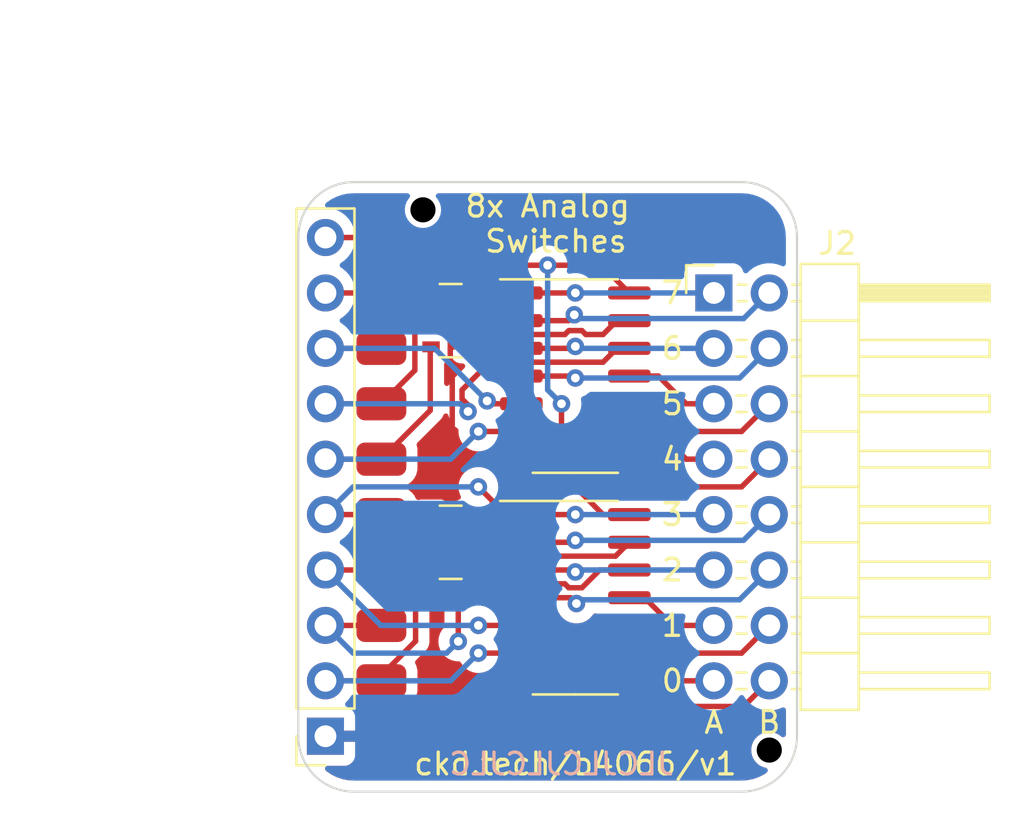
<source format=kicad_pcb>
(kicad_pcb (version 20211014) (generator pcbnew)
  (layers (0 "F.Cu" signal) (31 "B.Cu" signal) (34 "B.Paste" user) (35 "F.Paste" user) (36 "B.SilkS" user "B.Silkscreen") (37 "F.SilkS" user "F.Silkscreen") (38 "B.Mask" user) (39 "F.Mask" user) (44 "Edge.Cuts" user))
  (net 0 "")
  (net 1 "GND")
  (net 2 "/P0")
  (net 3 "/P1")
  (net 4 "/P2")
  (net 5 "/P3")
  (net 6 "/P4")
  (net 7 "/P5")
  (net 8 "/P6")
  (net 9 "/P7")
  (net 10 "VCC")
  (net 11 "/7A")
  (net 12 "/7B")
  (net 13 "/6A")
  (net 14 "/6B")
  (net 15 "/5A")
  (net 16 "/5B")
  (net 17 "/4A")
  (net 18 "/4B")
  (net 19 "/3A")
  (net 20 "/3B")
  (net 21 "/2A")
  (net 22 "/2B")
  (net 23 "/1A")
  (net 24 "/1B")
  (net 25 "/0A")
  (net 26 "/0B")
  (footprint "Package_SO:SOIC-14_3.9x8.7mm_P1.27mm" (layer "F.Cu") (at 146.05 95.25)
    (fp_text reference "U1" hide)
    (fp_text value "4066")
    (pad "1" smd roundrect (at -2.475 -3.81) (size 1.95 0.6) (layers "F.Cu" "F.Paste" "F.Mask") (net 11 "/7A"))
    (pad "2" smd roundrect (at -2.475 -2.54) (size 1.95 0.6) (layers "F.Cu" "F.Paste" "F.Mask") (net 12 "/7B"))
    (pad "3" smd roundrect (at -2.475 -1.27) (size 1.95 0.6) (layers "F.Cu" "F.Paste" "F.Mask") (net 13 "/6A"))
    (pad "4" smd roundrect (at -2.475 0) (size 1.95 0.6) (layers "F.Cu" "F.Paste" "F.Mask") (net 14 "/6B"))
    (pad "5" smd roundrect (at -2.475 1.27) (size 1.95 0.6) (layers "F.Cu" "F.Paste" "F.Mask") (net 8 "/P6"))
    (pad "6" smd roundrect (at -2.475 2.54) (size 1.95 0.6) (layers "F.Cu" "F.Paste" "F.Mask") (net 6 "/P4"))
    (pad "7" smd roundrect (at -2.475 3.81) (size 1.95 0.6) (layers "F.Cu" "F.Paste" "F.Mask") (net 1 "GND"))
    (pad "8" smd roundrect (at 2.475 3.81) (size 1.95 0.6) (layers "F.Cu" "F.Paste" "F.Mask") (net 18 "/4B"))
    (pad "9" smd roundrect (at 2.475 2.54) (size 1.95 0.6) (layers "F.Cu" "F.Paste" "F.Mask") (net 17 "/4A"))
    (pad "10" smd roundrect (at 2.475 1.27) (size 1.95 0.6) (layers "F.Cu" "F.Paste" "F.Mask") (net 16 "/5B"))
    (pad "11" smd roundrect (at 2.475 0) (size 1.95 0.6) (layers "F.Cu" "F.Paste" "F.Mask") (net 15 "/5A"))
    (pad "12" smd roundrect (at 2.475 -1.27) (size 1.95 0.6) (layers "F.Cu" "F.Paste" "F.Mask") (net 7 "/P5"))
    (pad "13" smd roundrect (at 2.475 -2.54) (size 1.95 0.6) (layers "F.Cu" "F.Paste" "F.Mask") (net 9 "/P7"))
    (pad "14" smd roundrect (at 2.475 -3.81) (size 1.95 0.6) (layers "F.Cu" "F.Paste" "F.Mask") (net 10 "VCC"))
  )
  (footprint "Connector_PinHeader_2.54mm:PinHeader_2x08_P2.54mm_Horizontal" (layer "F.Cu") (at 152.4 91.44)
    (fp_text reference "J2" (at 5.655 -2.27) (layer "F.SilkS"))
    (fp_text value "Conn_02x08_Odd_Even")
    (pad "1" thru_hole rect (at 0 0) (size 1.7 1.7) (drill 1) (layers *.Cu *.Mask) (net 11 "/7A"))
    (pad "2" thru_hole oval (at 2.54 0) (size 1.7 1.7) (drill 1) (layers *.Cu *.Mask) (net 12 "/7B"))
    (pad "3" thru_hole oval (at 0 2.54) (size 1.7 1.7) (drill 1) (layers *.Cu *.Mask) (net 13 "/6A"))
    (pad "4" thru_hole oval (at 2.54 2.54) (size 1.7 1.7) (drill 1) (layers *.Cu *.Mask) (net 14 "/6B"))
    (pad "5" thru_hole oval (at 0 5.08) (size 1.7 1.7) (drill 1) (layers *.Cu *.Mask) (net 15 "/5A"))
    (pad "6" thru_hole oval (at 2.54 5.08) (size 1.7 1.7) (drill 1) (layers *.Cu *.Mask) (net 16 "/5B"))
    (pad "7" thru_hole oval (at 0 7.62) (size 1.7 1.7) (drill 1) (layers *.Cu *.Mask) (net 17 "/4A"))
    (pad "8" thru_hole oval (at 2.54 7.62) (size 1.7 1.7) (drill 1) (layers *.Cu *.Mask) (net 18 "/4B"))
    (pad "9" thru_hole oval (at 0 10.16) (size 1.7 1.7) (drill 1) (layers *.Cu *.Mask) (net 19 "/3A"))
    (pad "10" thru_hole oval (at 2.54 10.16) (size 1.7 1.7) (drill 1) (layers *.Cu *.Mask) (net 20 "/3B"))
    (pad "11" thru_hole oval (at 0 12.7) (size 1.7 1.7) (drill 1) (layers *.Cu *.Mask) (net 21 "/2A"))
    (pad "12" thru_hole oval (at 2.54 12.7) (size 1.7 1.7) (drill 1) (layers *.Cu *.Mask) (net 22 "/2B"))
    (pad "13" thru_hole oval (at 0 15.24) (size 1.7 1.7) (drill 1) (layers *.Cu *.Mask) (net 23 "/1A"))
    (pad "14" thru_hole oval (at 2.54 15.24) (size 1.7 1.7) (drill 1) (layers *.Cu *.Mask) (net 24 "/1B"))
    (pad "15" thru_hole oval (at 0 17.78) (size 1.7 1.7) (drill 1) (layers *.Cu *.Mask) (net 25 "/0A"))
    (pad "16" thru_hole oval (at 2.54 17.78) (size 1.7 1.7) (drill 1) (layers *.Cu *.Mask) (net 26 "/0B"))
  )
  (footprint "Resistor_SMD:R_Array_Convex_4x0603" (layer "F.Cu") (at 140.335 102.87 180)
    (fp_text reference "RN1" hide)
    (fp_text value "R_Pack04")
    (pad "1" smd rect (at -0.9 -1.2 180) (size 0.8 0.5) (layers "F.Cu" "F.Paste" "F.Mask") (net 1 "GND"))
    (pad "2" smd rect (at -0.9 -0.4 180) (size 0.8 0.4) (layers "F.Cu" "F.Paste" "F.Mask") (net 1 "GND"))
    (pad "3" smd rect (at -0.9 0.4 180) (size 0.8 0.4) (layers "F.Cu" "F.Paste" "F.Mask") (net 1 "GND"))
    (pad "4" smd rect (at -0.9 1.2 180) (size 0.8 0.5) (layers "F.Cu" "F.Paste" "F.Mask") (net 1 "GND"))
    (pad "5" smd rect (at 0.9 1.2 180) (size 0.8 0.5) (layers "F.Cu" "F.Paste" "F.Mask") (net 5 "/P3"))
    (pad "6" smd rect (at 0.9 0.4 180) (size 0.8 0.4) (layers "F.Cu" "F.Paste" "F.Mask") (net 4 "/P2"))
    (pad "7" smd rect (at 0.9 -0.4 180) (size 0.8 0.4) (layers "F.Cu" "F.Paste" "F.Mask") (net 3 "/P1"))
    (pad "8" smd rect (at 0.9 -1.2 180) (size 0.8 0.5) (layers "F.Cu" "F.Paste" "F.Mask") (net 2 "/P0"))
  )
  (footprint "Connector_PinSocket_2.54mm:PinSocket_1x10_P2.54mm_Vertical" (layer "F.Cu") (at 134.595 111.76 180)
    (fp_text reference "J1" hide)
    (fp_text value "Conn_01x10")
    (pad "1" thru_hole rect (at 0 0 180) (size 1.7 1.7) (drill 1) (layers *.Cu *.Mask) (net 1 "GND"))
    (pad "2" thru_hole oval (at 0 2.54 180) (size 1.7 1.7) (drill 1) (layers *.Cu *.Mask) (net 2 "/P0"))
    (pad "3" thru_hole oval (at 0 5.08 180) (size 1.7 1.7) (drill 1) (layers *.Cu *.Mask) (net 3 "/P1"))
    (pad "4" thru_hole oval (at 0 7.62 180) (size 1.7 1.7) (drill 1) (layers *.Cu *.Mask) (net 4 "/P2"))
    (pad "5" thru_hole oval (at 0 10.16 180) (size 1.7 1.7) (drill 1) (layers *.Cu *.Mask) (net 5 "/P3"))
    (pad "6" thru_hole oval (at 0 12.7 180) (size 1.7 1.7) (drill 1) (layers *.Cu *.Mask) (net 6 "/P4"))
    (pad "7" thru_hole oval (at 0 15.24 180) (size 1.7 1.7) (drill 1) (layers *.Cu *.Mask) (net 7 "/P5"))
    (pad "8" thru_hole oval (at 0 17.78 180) (size 1.7 1.7) (drill 1) (layers *.Cu *.Mask) (net 8 "/P6"))
    (pad "9" thru_hole oval (at 0 20.32 180) (size 1.7 1.7) (drill 1) (layers *.Cu *.Mask) (net 9 "/P7"))
    (pad "10" thru_hole oval (at 0 22.86 180) (size 1.7 1.7) (drill 1) (layers *.Cu *.Mask) (net 10 "VCC"))
  )
  (footprint "pads:1x10 pads" (layer "F.Cu") (at 137.16 100.33 180)
    (fp_text reference "J3" hide)
    (fp_text value "Conn_01x10")
    (pad "1" smd roundrect (at 0 -11.43 180) (size 2.286 1.524) (layers "F.Cu" "F.Mask") (net 1 "GND"))
    (pad "2" smd roundrect (at 0 -8.89 180) (size 2.286 1.524) (layers "F.Cu" "F.Mask") (net 2 "/P0"))
    (pad "3" smd roundrect (at 0 -6.35 180) (size 2.286 1.524) (layers "F.Cu" "F.Mask") (net 3 "/P1"))
    (pad "4" smd roundrect (at 0 -3.81 180) (size 2.286 1.524) (layers "F.Cu" "F.Mask") (net 4 "/P2"))
    (pad "5" smd roundrect (at 0 -1.27 180) (size 2.286 1.524) (layers "F.Cu" "F.Mask") (net 5 "/P3"))
    (pad "6" smd roundrect (at 0 1.27 180) (size 2.286 1.524) (layers "F.Cu" "F.Mask") (net 6 "/P4"))
    (pad "7" smd roundrect (at 0 3.81 180) (size 2.286 1.524) (layers "F.Cu" "F.Mask") (net 7 "/P5"))
    (pad "8" smd roundrect (at 0 6.35 180) (size 2.286 1.524) (layers "F.Cu" "F.Mask") (net 8 "/P6"))
    (pad "9" smd roundrect (at 0 8.89 180) (size 2.286 1.524) (layers "F.Cu" "F.Mask") (net 9 "/P7"))
    (pad "10" smd roundrect (at 0 11.43 180) (size 2.286 1.524) (layers "F.Cu" "F.Mask") (net 10 "VCC"))
  )
  (footprint "chickadee:chickadee_2mm_fcu" (layer "F.Cu") (at 152.4 88.265)
    (fp_text reference "G***" hide)
    (fp_text value "LOGO" hide)
    (fp_poly (pts (xy -1.50211 -0.956524) (xy -1.480393 -0.956179) (xy -1.461445 -0.95546) (xy -1.444235 -0.954281) (xy -1.42773 -0.952559) (xy -1.410899 -0.95021) (xy -1.392708 -0.94715) (xy -1.377648 -0.944355) (xy -1.337289 -0.935604) (xy -1.295394 -0.924586) (xy -1.253941 -0.911875) (xy -1.214907 -0.898043) (xy -1.207105 -0.89501) (xy -1.177497 -0.88322) (xy -1.14844 -0.871469) (xy -1.119668 -0.859632) (xy -1.090917 -0.847586) (xy -1.061919 -0.835207) (xy -1.032409 -0.822372) (xy -1.002121 -0.808957) (xy -0.97079 -0.794838) (xy -0.938149 -0.779891) (xy -0.903933 -0.763992) (xy -0.867876 -0.747019) (xy -0.829712 -0.728847) (xy -0.789176 -0.709352) (xy -0.746001 -0.688411) (xy -0.699922 -0.6659) (xy -0.650673 -0.641695) (xy -0.597987 -0.615673) (xy -0.541601 -0.58771) (xy -0.481246 -0.557682) (xy -0.465667 -0.549917) (xy -0.413659 -0.524037) (xy -0.3656 -0.500226) (xy -0.321145 -0.478325) (xy -0.27995 -0.458175) (xy -0.241669 -0.439617) (xy -0.205957 -0.422491) (xy -0.172469 -0.406639) (xy -0.14086 -0.391901) (xy -0.110786 -0.378118) (xy -0.081901 -0.365131) (xy -0.05386 -0.352779) (xy -0.026318 -0.340905) (xy 0.001069 -0.329349) (xy 0.028648 -0.317952) (xy 0.056761 -0.306554) (xy 0.085756 -0.294996) (xy 0.091784 -0.292614) (xy 0.109241 -0.285659) (xy 0.125202 -0.279167) (xy 0.139121 -0.273373) (xy 0.15045 -0.268508) (xy 0.158645 -0.264805) (xy 0.163158 -0.262497) (xy 0.163869 -0.261925) (xy 0.162563 -0.259168) (xy 0.15818 -0.253749) (xy 0.15127 -0.246205) (xy 0.142385 -0.237076) (xy 0.132075 -0.226901) (xy 0.12089 -0.216218) (xy 0.10938 -0.205567) (xy 0.098096 -0.195485) (xy 0.087588 -0.186513) (xy 0.083204 -0.182938) (xy 0.032211 -0.144812) (xy -0.023145 -0.108621) (xy -0.082775 -0.074402) (xy -0.146594 -0.04219) (xy -0.214513 -0.012022) (xy -0.286445 0.016066) (xy -0.362304 0.04204) (xy -0.442002 0.065862) (xy -0.525451 0.087496) (xy -0.612565 0.106907) (xy -0.626533 0.109744) (xy -0.686331 0.120927) (xy -0.742312 0.129711) (xy -0.794846 0.136122) (xy -0.844302 0.140187) (xy -0.89105 0.141931) (xy -0.935458 0.141382) (xy -0.977897 0.138567) (xy -0.997625 0.136425) (xy -1.042521 0.129163) (xy -1.083907 0.118835) (xy -1.121726 0.105475) (xy -1.155921 0.089116) (xy -1.186435 0.069792) (xy -1.213212 0.047535) (xy -1.236195 0.022379) (xy -1.255327 -0.005643) (xy -1.26248 -0.018814) (xy -1.271131 -0.03793) (xy -1.27813 -0.058008) (xy -1.283742 -0.080053) (xy -1.28823 -0.105072) (xy -1.291222 -0.12819) (xy -1.292983 -0.143896) (xy -1.340153 -0.148008) (xy -1.354896 -0.149286) (xy -1.368084 -0.150417) (xy -1.378921 -0.151333) (xy -1.386612 -0.151967) (xy -1.390361 -0.152253) (xy -1.39049 -0.152259) (xy -1.392531 -0.153687) (xy -1.392227 -0.154714) (xy -1.393472 -0.155749) (xy -1.398086 -0.156013) (xy -1.404679 -0.155621) (xy -1.411863 -0.154688) (xy -1.418249 -0.153328) (xy -1.42119 -0.152325) (xy -1.424967 -0.151285) (xy -1.43272 -0.149598) (xy -1.443655 -0.147423) (xy -1.456978 -0.144915) (xy -1.471893 -0.142232) (xy -1.475619 -0.14158) (xy -1.531495 -0.132318) (xy -1.58458 -0.124519) (xy -1.636618 -0.117952) (xy -1.689348 -0.112382) (xy -1.705429 -0.110884) (xy -1.720809 -0.109791) (xy -1.739464 -0.108945) (xy -1.760467 -0.108347) (xy -1.782891 -0.107997) (xy -1.805808 -0.107895) (xy -1.828294 -0.108042) (xy -1.849419 -0.108438) (xy -1.868259 -0.109083) (xy -1.883886 -0.109978) (xy -1.892905 -0.11081) (xy -1.942844 -0.11743) (xy -1.991432 -0.125582) (xy -2.039954 -0.135532) (xy -2.089696 -0.14755) (xy -2.141945 -0.161904) (xy -2.152555 -0.165004) (xy -2.168052 -0.169659) (xy -2.179471 -0.173326) (xy -2.187414 -0.176244) (xy -2.192486 -0.178654) (xy -2.195286 -0.180796) (xy -2.196278 -0.182422) (xy -2.196934 -0.185928) (xy -2.198011 -0.193672) (xy -2.199443 -0.20508) (xy -2.201159 -0.219578) (xy -2.203094 -0.236591) (xy -2.205177 -0.255544) (xy -2.207296 -0.275418) (xy -2.209759 -0.299194) (xy -2.211684 -0.318571) (xy -2.213099 -0.333957) (xy -2.214032 -0.345756) (xy -2.214511 -0.354377) (xy -2.214564 -0.360224) (xy -2.214217 -0.363706) (xy -2.2135 -0.365227) (xy -2.213435 -0.365272) (xy -2.209181 -0.366841) (xy -2.202429 -0.368377) (xy -2.200395 -0.36872) (xy -2.192683 -0.370111) (xy -2.180991 -0.372482) (xy -2.166039 -0.375668) (xy -2.148549 -0.379505) (xy -2.12924 -0.383829) (xy -2.108835 -0.388477) (xy -2.088054 -0.393284) (xy -2.067617 -0.398086) (xy -2.048246 -0.40272) (xy -2.030661 -0.407021) (xy -2.017486 -0.410336) (xy -1.947112 -0.429097) (xy -1.88129 -0.448185) (xy -1.81974 -0.467695) (xy -1.762181 -0.48772) (xy -1.708334 -0.508354) (xy -1.657918 -0.529691) (xy -1.64979 -0.533339) (xy -1.601328 -0.556964) (xy -1.551977 -0.584213) (xy -1.502917 -0.614337) (xy -1.455327 -0.646583) (xy -1.410384 -0.680203) (xy -1.380067 -0.705061) (xy -1.367955 -0.715595) (xy -1.355384 -0.726849) (xy -1.342845 -0.738347) (xy -1.33083 -0.749616) (xy -1.319829 -0.760182) (xy -1.310335 -0.769571) (xy -1.302839 -0.777309) (xy -1.297832 -0.782923) (xy -1.295806 -0.785938) (xy -1.295849 -0.786262) (xy -1.29939 -0.788009) (xy -1.306909 -0.790668) (xy -1.317679 -0.794027) (xy -1.330975 -0.797871) (xy -1.346069 -0.801985) (xy -1.362235 -0.806155) (xy -1.369181 -0.807875) (xy -1.417115 -0.817755) (xy -1.465253 -0.823934) (xy -1.514063 -0.8264) (xy -1.564013 -0.82514) (xy -1.615573 -0.820143) (xy -1.66921 -0.811395) (xy -1.725395 -0.798885) (xy -1.726731 -0.798551) (xy -1.78385 -0.782272) (xy -1.838616 -0.762779) (xy -1.890827 -0.740229) (xy -1.940278 -0.71478) (xy -1.986768 -0.686589) (xy -2.030093 -0.655814) (xy -2.07005 -0.622612) (xy -2.106438 -0.587142) (xy -2.139052 -0.54956) (xy -2.167689 -0.510023) (xy -2.192148 -0.468691) (xy -2.212225 -0.425719) (xy -2.214627 -0.419704) (xy -2.222196 -0.400352) (xy -2.323646 -0.303798) (xy -2.342169 -0.286154) (xy -2.35962 -0.269503) (xy -2.375689 -0.254143) (xy -2.390064 -0.240373) (xy -2.402434 -0.228492) (xy -2.412488 -0.218798) (xy -2.419915 -0.211591) (xy -2.424404 -0.207168) (xy -2.425676 -0.205826) (xy -2.423649 -0.204596) (xy -2.417613 -0.201599) (xy -2.407984 -0.197029) (xy -2.395176 -0.191076) (xy -2.379605 -0.183931) (xy -2.361686 -0.175787) (xy -2.341836 -0.166835) (xy -2.320469 -0.157265) (xy -2.31536 -0.154987) (xy -2.204464 -0.105564) (xy -2.192917 -0.064272) (xy -2.187359 -0.0451) (xy -2.18061 -0.022941) (xy -2.173088 0.000919) (xy -2.165209 0.025195) (xy -2.157389 0.048602) (xy -2.150047 0.069855) (xy -2.143878 0.086919) (xy -2.140142 0.096304) (xy -2.137043 0.102115) (xy -2.13385 0.105417) (xy -2.129945 0.107241) (xy -2.124938 0.10804) (xy -2.115804 0.108683) (xy -2.10325 0.109172) (xy -2.087986 0.109507) (xy -2.07072 0.10969) (xy -2.052158 0.109724) (xy -2.033011 0.109608) (xy -2.013986 0.109345) (xy -1.995791 0.108937) (xy -1.979134 0.108384) (xy -1.964724 0.107689) (xy -1.953381 0.106863) (xy -1.841649 0.094774) (xy -1.773162 0.085603) (xy -1.743868 0.081189) (xy -1.718621 0.076868) (xy -1.69664 0.072428) (xy -1.677143 0.067653) (xy -1.659349 0.062331) (xy -1.642477 0.056246) (xy -1.625745 0.049184) (xy -1.608372 0.040933) (xy -1.606248 0.039873) (xy -1.567924 0.018252) (xy -1.530341 -0.007693) (xy -1.494131 -0.037447) (xy -1.459927 -0.070498) (xy -1.432637 -0.10112) (xy -1.419981 -0.116365) (xy -1.419981 -0.108013) (xy -1.419288 -0.097812) (xy -1.417375 -0.0842) (xy -1.414488 -0.068376) (xy -1.410873 -0.051538) (xy -1.406778 -0.034886) (xy -1.40245 -0.019619) (xy -1.400595 -0.013827) (xy -1.384555 0.026904) (xy -1.364678 0.064716) (xy -1.341022 0.099558) (xy -1.31365 0.131374) (xy -1.28262 0.160111) (xy -1.247994 0.185717) (xy -1.209832 0.208137) (xy -1.168195 0.227319) (xy -1.123143 0.243209) (xy -1.103086 0.248923) (xy -1.067259 0.257339) (xy -1.030385 0.263721) (xy -0.991593 0.268166) (xy -0.950012 0.270775) (xy -0.904772 0.271646) (xy -0.903514 0.271647) (xy -0.868422 0.271229) (xy -0.834337 0.269929) (xy -0.800467 0.267658) (xy -0.766018 0.264326) (xy -0.730197 0.259845) (xy -0.69221 0.254126) (xy -0.651265 0.24708) (xy -0.606567 0.238618) (xy -0.603552 0.238025) (xy -0.518906 0.219934) (xy -0.436963 0.199615) (xy -0.357888 0.177142) (xy -0.281847 0.152591) (xy -0.209005 0.126036) (xy -0.139526 0.097553) (xy -0.073576 0.067216) (xy -0.01132 0.035101) (xy 0.047077 0.001282) (xy 0.10145 -0.034166) (xy 0.151633 -0.071167) (xy 0.197462 -0.109648) (xy 0.22981 -0.140368) (xy 0.240875 -0.151786) (xy 0.252189 -0.163971) (xy 0.262638 -0.175689) (xy 0.271104 -0.185706) (xy 0.273352 -0.188531) (xy 0.280273 -0.197406) (xy 0.286408 -0.205246) (xy 0.290943 -0.211011) (xy 0.292705 -0.213225) (xy 0.294587 -0.215251) (xy 0.29687 -0.216314) (xy 0.300577 -0.216409) (xy 0.306727 -0.21553) (xy 0.316345 -0.213671) (xy 0.319314 -0.213071) (xy 0.390473 -0.201114) (xy 0.462069 -0.193949) (xy 0.534224 -0.191568) (xy 0.607057 -0.193965) (xy 0.618067 -0.194738) (xy 0.67588 -0.199585) (xy 0.738159 -0.205779) (xy 0.80473 -0.21329) (xy 0.87542 -0.222088) (xy 0.950056 -0.232142) (xy 1.028464 -0.243424) (xy 1.110473 -0.255903) (xy 1.195908 -0.26955) (xy 1.284598 -0.284333) (xy 1.376368 -0.300224) (xy 1.471045 -0.317192) (xy 1.568458 -0.335208) (xy 1.668432 -0.354242) (xy 1.770795 -0.374263) (xy 1.875373 -0.395241) (xy 1.981995 -0.417148) (xy 2.090485 -0.439952) (xy 2.200672 -0.463624) (xy 2.305352 -0.486577) (xy 2.335862 -0.493334) (xy 2.362069 -0.499017) (xy 2.384406 -0.503534) (xy 2.403307 -0.506792) (xy 2.419208 -0.5087) (xy 2.432541 -0.509165) (xy 2.44374 -0.508095) (xy 2.45324 -0.505397) (xy 2.461475 -0.50098) (xy 2.468879 -0.494751) (xy 2.475886 -0.486618) (xy 2.482929 -0.476489) (xy 2.490443 -0.464271) (xy 2.498862 -0.449872) (xy 2.501797 -0.444826) (xy 2.527352 -0.399722) (xy 2.551306 -0.354979) (xy 2.573386 -0.311167) (xy 2.593323 -0.268858) (xy 2.610844 -0.228621) (xy 2.62568 -0.191027) (xy 2.635187 -0.163982) (xy 2.645789 -0.128042) (xy 2.653137 -0.094502) (xy 2.657251 -0.063519) (xy 2.65815 -0.03525) (xy 2.655853 -0.00985) (xy 2.650378 0.012523) (xy 2.641744 0.031713) (xy 2.629969 0.047563) (xy 2.615074 0.059917) (xy 2.607857 0.064043) (xy 2.600908 0.067306) (xy 2.593331 0.070302) (xy 2.584879 0.073051) (xy 2.575307 0.075572) (xy 2.564372 0.077884) (xy 2.551826 0.080007) (xy 2.537427 0.08196) (xy 2.520927 0.083761) (xy 2.502084 0.085431) (xy 2.48065 0.086989) (xy 2.456383 0.088454) (xy 2.429035 0.089845) (xy 2.398363 0.091181) (xy 2.364121 0.092483) (xy 2.326065 0.093769) (xy 2.283949 0.095058) (xy 2.237529 0.09637) (xy 2.186558 0.097724) (xy 2.177143 0.097967) (xy 2.093433 0.100256) (xy 2.014179 0.102711) (xy 1.938999 0.105352) (xy 1.867513 0.108202) (xy 1.79934 0.111281) (xy 1.734099 0.114609) (xy 1.671411 0.118209) (xy 1.610893 0.122101) (xy 1.552165 0.126306) (xy 1.494847 0.130846) (xy 1.438558 0.13574) (xy 1.382917 0.141011) (xy 1.364343 0.142866) (xy 1.276092 0.15235) (xy 1.190744 0.162702) (xy 1.107787 0.174038) (xy 1.026707 0.186474) (xy 0.946991 0.200127) (xy 0.868125 0.215112) (xy 0.789598 0.231546) (xy 0.710894 0.249545) (xy 0.631502 0.269225) (xy 0.550908 0.290703) (xy 0.468599 0.314095) (xy 0.384062 0.339516) (xy 0.296783 0.367083) (xy 0.206249 0.396912) (xy 0.134257 0.421406) (xy 0.100067 0.433412) (xy 0.067474 0.445361) (xy 0.036018 0.457474) (xy 0.005241 0.469971) (xy -0.025317 0.48307) (xy -0.056114 0.496991) (xy -0.08761 0.511955) (xy -0.120264 0.52818) (xy -0.154534 0.545887) (xy -0.19088 0.565295) (xy -0.229761 0.586623) (xy -0.271635 0.610092) (xy -0.316962 0.63592) (xy -0.33141 0.644224) (xy -0.371607 0.667353) (xy -0.40793 0.688218) (xy -0.440685 0.706989) (xy -0.47018 0.723834) (xy -0.496721 0.738923) (xy -0.520614 0.752425) (xy -0.542168 0.76451) (xy -0.561689 0.775347) (xy -0.579484 0.785105) (xy -0.59586 0.793953) (xy -0.611124 0.802061) (xy -0.625583 0.809598) (xy -0.639543 0.816734) (xy -0.653313 0.823637) (xy -0.667198 0.830478) (xy -0.681506 0.837425) (xy -0.682761 0.838031) (xy -0.729005 0.859588) (xy -0.772629 0.878276) (xy -0.814572 0.894365) (xy -0.855777 0.908123) (xy -0.897182 0.919819) (xy -0.93973 0.929722) (xy -0.984361 0.938101) (xy -1.032015 0.945226) (xy -1.076476 0.950592) (xy -1.104581 0.95317) (xy -1.136087 0.9552) (xy -1.169583 0.956643) (xy -1.20366 0.957463) (xy -1.236906 0.957622) (xy -1.267912 0.957082) (xy -1.288143 0.956234) (xy -1.342689 0.951679) (xy -1.397859 0.944053) (xy -1.452838 0.933561) (xy -1.506811 0.920409) (xy -1.558964 0.904801) (xy -1.608482 0.886941) (xy -1.654549 0.867036) (xy -1.666966 0.861) (xy -1.722495 0.830655) (xy -1.776819 0.795709) (xy -1.829841 0.75627) (xy -1.881466 0.712446) (xy -1.931598 0.664345) (xy -1.980141 0.612076) (xy -2.026999 0.555746) (xy -2.072076 0.495465) (xy -2.115277 0.431339) (xy -2.156505 0.363477) (xy -2.195665 0.291987) (xy -2.226585 0.229852) (xy -2.23916 0.202482) (xy -2.251243 0.174118) (xy -2.263182 0.143873) (xy -2.275324 0.110861) (xy -2.288016 0.074197) (xy -2.290995 0.065315) (xy -2.296254 0.049237) (xy -2.301811 0.03169) (xy -2.307423 0.01349) (xy -2.312851 -0.004544) (xy -2.317851 -0.021595) (xy -2.322182 -0.036844) (xy -2.325603 -0.049475) (xy -2.327871 -0.05867) (xy -2.328427 -0.061331) (xy -2.329914 -0.069259) (xy -2.470221 -0.125878) (xy -2.494893 -0.135852) (xy -2.518212 -0.145313) (xy -2.539795 -0.154103) (xy -2.559259 -0.162066) (xy -2.576219 -0.169042) (xy -2.590293 -0.174875) (xy -2.601096 -0.179405) (xy -2.608246 -0.182476) (xy -2.611359 -0.18393) (xy -2.611461 -0.184007) (xy -2.609856 -0.185824) (xy -2.604918 -0.190594) (xy -2.596929 -0.198059) (xy -2.586175 -0.207961) (xy -2.572939 -0.22004) (xy -2.557506 -0.234038) (xy -2.540159 -0.249697) (xy -2.521184 -0.266757) (xy -2.500863 -0.284961) (xy -2.483461 -0.300501) (xy -2.458764 -0.322533) (xy -2.437429 -0.341591) (xy -2.419202 -0.35792) (xy -2.40383 -0.371761) (xy -2.39106 -0.383358) (xy -2.380639 -0.392954) (xy -2.372314 -0.400791) (xy -2.365831 -0.407113) (xy -2.360938 -0.412161) (xy -2.357381 -0.41618) (xy -2.354908 -0.419412) (xy -2.353264 -0.422099) (xy -2.352198 -0.424485) (xy -2.351455 -0.426813) (xy -2.351329 -0.42727) (xy -2.346934 -0.441361) (xy -2.340693 -0.45847) (xy -2.333101 -0.477383) (xy -2.324658 -0.496886) (xy -2.315859 -0.515765) (xy -2.311337 -0.524877) (xy -2.289087 -0.564792) (xy -2.263559 -0.603278) (xy -2.234286 -0.640972) (xy -2.200801 -0.678512) (xy -2.191788 -0.687875) (xy -2.153725 -0.724587) (xy -2.114448 -0.757833) (xy -2.07313 -0.788207) (xy -2.028948 -0.816304) (xy -1.981076 -0.842717) (xy -1.966686 -0.849998) (xy -1.92002 -0.871853) (xy -1.873382 -0.89094) (xy -1.825929 -0.907515) (xy -1.776818 -0.921834) (xy -1.725208 -0.934154) (xy -1.670255 -0.944731) (xy -1.638391 -0.949884) (xy -1.624789 -0.951886) (xy -1.612907 -0.95344) (xy -1.601787 -0.954603) (xy -1.590472 -0.955434) (xy -1.578005 -0.955989) (xy -1.56343 -0.956328) (xy -1.545789 -0.956507) (xy -1.527629 -0.956577) (xy -1.50211 -0.956524)) (layer "F.Cu") (width 0.01) (fill solid))
  )
  (footprint "Resistor_SMD:R_Array_Convex_4x0603" (layer "F.Cu") (at 140.335 92.71 180)
    (fp_text reference "RN2" hide)
    (fp_text value "R_Pack04")
    (pad "1" smd rect (at -0.9 -1.2 180) (size 0.8 0.5) (layers "F.Cu" "F.Paste" "F.Mask") (net 1 "GND"))
    (pad "2" smd rect (at -0.9 -0.4 180) (size 0.8 0.4) (layers "F.Cu" "F.Paste" "F.Mask") (net 1 "GND"))
    (pad "3" smd rect (at -0.9 0.4 180) (size 0.8 0.4) (layers "F.Cu" "F.Paste" "F.Mask") (net 1 "GND"))
    (pad "4" smd rect (at -0.9 1.2 180) (size 0.8 0.5) (layers "F.Cu" "F.Paste" "F.Mask") (net 1 "GND"))
    (pad "5" smd rect (at 0.9 1.2 180) (size 0.8 0.5) (layers "F.Cu" "F.Paste" "F.Mask") (net 9 "/P7"))
    (pad "6" smd rect (at 0.9 0.4 180) (size 0.8 0.4) (layers "F.Cu" "F.Paste" "F.Mask") (net 8 "/P6"))
    (pad "7" smd rect (at 0.9 -0.4 180) (size 0.8 0.4) (layers "F.Cu" "F.Paste" "F.Mask") (net 7 "/P5"))
    (pad "8" smd rect (at 0.9 -1.2 180) (size 0.8 0.5) (layers "F.Cu" "F.Paste" "F.Mask") (net 6 "/P4"))
  )
  (footprint "Package_SO:SOIC-14_3.9x8.7mm_P1.27mm" (layer "F.Cu") (at 146.05 105.41)
    (fp_text reference "U2" hide)
    (fp_text value "4066")
    (pad "1" smd roundrect (at -2.475 -3.81) (size 1.95 0.6) (layers "F.Cu" "F.Paste" "F.Mask") (net 19 "/3A"))
    (pad "2" smd roundrect (at -2.475 -2.54) (size 1.95 0.6) (layers "F.Cu" "F.Paste" "F.Mask") (net 20 "/3B"))
    (pad "3" smd roundrect (at -2.475 -1.27) (size 1.95 0.6) (layers "F.Cu" "F.Paste" "F.Mask") (net 21 "/2A"))
    (pad "4" smd roundrect (at -2.475 0) (size 1.95 0.6) (layers "F.Cu" "F.Paste" "F.Mask") (net 22 "/2B"))
    (pad "5" smd roundrect (at -2.475 1.27) (size 1.95 0.6) (layers "F.Cu" "F.Paste" "F.Mask") (net 4 "/P2"))
    (pad "6" smd roundrect (at -2.475 2.54) (size 1.95 0.6) (layers "F.Cu" "F.Paste" "F.Mask") (net 2 "/P0"))
    (pad "7" smd roundrect (at -2.475 3.81) (size 1.95 0.6) (layers "F.Cu" "F.Paste" "F.Mask") (net 1 "GND"))
    (pad "8" smd roundrect (at 2.475 3.81) (size 1.95 0.6) (layers "F.Cu" "F.Paste" "F.Mask") (net 26 "/0B"))
    (pad "9" smd roundrect (at 2.475 2.54) (size 1.95 0.6) (layers "F.Cu" "F.Paste" "F.Mask") (net 25 "/0A"))
    (pad "10" smd roundrect (at 2.475 1.27) (size 1.95 0.6) (layers "F.Cu" "F.Paste" "F.Mask") (net 24 "/1B"))
    (pad "11" smd roundrect (at 2.475 0) (size 1.95 0.6) (layers "F.Cu" "F.Paste" "F.Mask") (net 23 "/1A"))
    (pad "12" smd roundrect (at 2.475 -1.27) (size 1.95 0.6) (layers "F.Cu" "F.Paste" "F.Mask") (net 3 "/P1"))
    (pad "13" smd roundrect (at 2.475 -2.54) (size 1.95 0.6) (layers "F.Cu" "F.Paste" "F.Mask") (net 5 "/P3"))
    (pad "14" smd roundrect (at 2.475 -3.81) (size 1.95 0.6) (layers "F.Cu" "F.Paste" "F.Mask") (net 10 "VCC"))
  )
  (footprint "JLCPCB:ToolingHole" (layer "F.Cu") (at 154.94 112.395)
    (fp_text reference "REF**" hide)
    (fp_text value "ToolingHole")
    (pad "" np_thru_hole circle (at 0 0) (size 1.152 1.152) (drill 1.152) (layers *.Mask) (clearance 0.248))
  )
  (footprint "JLCPCB:ToolingHole" (layer "F.Cu") (at 139.065 87.63)
    (fp_text reference "REF**" hide)
    (fp_text value "ToolingHole")
    (pad "" np_thru_hole circle (at 0 0) (size 1.152 1.152) (drill 1.152) (layers *.Mask) (clearance 0.248))
  )
  (gr_line (start 133.35 88.9) (end 133.35 111.76) (layer "Edge.Cuts") (width 0.1))
  (gr_arc (start 135.89 114.3) (mid 134.093949 113.556051) (end 133.35 111.76) (layer "Edge.Cuts") (width 0.1))
  (gr_line (start 156.21 111.76) (end 156.21 88.9) (layer "Edge.Cuts") (width 0.1))
  (gr_arc (start 153.67 86.36) (mid 155.466051 87.103949) (end 156.21 88.9) (layer "Edge.Cuts") (width 0.1))
  (gr_arc (start 133.35 88.9) (mid 134.093949 87.103949) (end 135.89 86.36) (layer "Edge.Cuts") (width 0.1))
  (gr_line (start 153.67 86.36) (end 135.89 86.36) (layer "Edge.Cuts") (width 0.1))
  (gr_arc (start 156.21 111.76) (mid 155.466051 113.556051) (end 153.67 114.3) (layer "Edge.Cuts") (width 0.1))
  (gr_line (start 135.89 114.3) (end 153.67 114.3) (layer "Edge.Cuts") (width 0.1))
  (gr_text "JLCJLCJLCJLC" (at 145.415 113.03) (layer "B.SilkS") (effects (font (size 1 1)) (justify mirror)))
  (gr_text "B" (at 154.94 111.125) (layer "F.SilkS") (effects (font (size 1 1))))
  (gr_text "8x Analog\n Switches" (at 144.78 88.265) (layer "F.SilkS") (effects (font (size 1 1))))
  (gr_text "5" (at 150.495 96.52) (layer "F.SilkS") (effects (font (size 1 1))))
  (gr_text "7" (at 150.495 91.44) (layer "F.SilkS") (effects (font (size 1 1))))
  (gr_text "0" (at 150.495 109.22) (layer "F.SilkS") (effects (font (size 1 1))))
  (gr_text "A" (at 152.4 111.125) (layer "F.SilkS") (effects (font (size 1 1))))
  (gr_text "4" (at 150.495 99.06) (layer "F.SilkS") (effects (font (size 1 1))))
  (gr_text "2" (at 150.495 104.14) (layer "F.SilkS") (effects (font (size 1 1))))
  (gr_text "3" (at 150.495 101.6) (layer "F.SilkS") (effects (font (size 1 1))))
  (gr_text "6" (at 150.495 93.98) (layer "F.SilkS") (effects (font (size 1 1))))
  (gr_text "1" (at 150.495 106.68) (layer "F.SilkS") (effects (font (size 1 1))))
  (gr_text "ckd.tech/b4066/v1" (at 146.05 113.03) (layer "F.SilkS") (effects (font (size 1 1))))
  (segment (start 141.235 104.07) (end 140.407198 104.07) (width 0.25) (layer "F.Cu") (net 1))
  (segment (start 140.241145 104.236053) (end 140.241145 105.000295) (width 0.25) (layer "F.Cu") (net 1))
  (segment (start 140.38863 109.330997) (end 143.464003 109.330997) (width 0.25) (layer "F.Cu") (net 1))
  (segment (start 140.446128 92.31) (end 140.317676 92.438452) (width 0.25) (layer "F.Cu") (net 1))
  (segment (start 141.235 92.31) (end 140.446128 92.31) (width 0.25) (layer "F.Cu") (net 1))
  (segment (start 141.235 93.91) (end 140.421538 93.91) (width 0.25) (layer "F.Cu") (net 1))
  (segment (start 140.317676 93.164705) (end 140.317676 94.013862) (width 0.25) (layer "F.Cu") (net 1))
  (segment (start 141.235 102.47) (end 140.478716 102.47) (width 0.25) (layer "F.Cu") (net 1))
  (segment (start 140.407198 104.07) (end 140.241145 104.236053) (width 0.25) (layer "F.Cu") (net 1))
  (segment (start 143.575 99.06) (end 140.912197 99.06) (width 0.25) (layer "F.Cu") (net 1))
  (segment (start 140.407061 94.717769) (end 140.407061 98.717746) (width 0.25) (layer "F.Cu") (net 1))
  (segment (start 140.478716 102.47) (end 140.241145 102.707571) (width 0.25) (layer "F.Cu") (net 1))
  (segment (start 140.372381 93.11) (end 140.317676 93.164705) (width 0.25) (layer "F.Cu") (net 1))
  (segment (start 141.235 103.27) (end 140.416142 103.27) (width 0.25) (layer "F.Cu") (net 1))
  (segment (start 140.317676 91.67868) (end 140.317676 92.438452) (width 0.25) (layer "F.Cu") (net 1))
  (segment (start 140.241145 103.444997) (end 140.241145 104.236053) (width 0.25) (layer "F.Cu") (net 1))
  (segment (start 140.416142 103.27) (end 140.241145 103.444997) (width 0.25) (layer "F.Cu") (net 1))
  (segment (start 140.486356 91.51) (end 140.317676 91.67868) (width 0.25) (layer "F.Cu") (net 1))
  (segment (start 141.235 91.51) (end 140.486356 91.51) (width 0.25) (layer "F.Cu") (net 1))
  (segment (start 140.241145 101.742213) (end 140.241145 102.707571) (width 0.25) (layer "F.Cu") (net 1))
  (segment (start 140.241145 102.707571) (end 140.241145 103.444997) (width 0.25) (layer "F.Cu") (net 1))
  (segment (start 140.317676 94.013862) (end 140.317676 94.628384) (width 0.25) (layer "F.Cu") (net 1))
  (segment (start 141.235 101.67) (end 140.313358 101.67) (width 0.25) (layer "F.Cu") (net 1))
  (segment (start 140.912197 99.06) (end 140.241145 99.731052) (width 0.25) (layer "F.Cu") (net 1))
  (segment (start 140.241145 105.000295) (end 139.637796 105.603644) (width 0.25) (layer "F.Cu") (net 1))
  (segment (start 140.421538 93.91) (end 140.317676 94.013862) (width 0.25) (layer "F.Cu") (net 1))
  (segment (start 139.637796 105.603644) (end 139.637796 108.580163) (width 0.25) (layer "F.Cu") (net 1))
  (segment (start 141.235 93.11) (end 140.372381 93.11) (width 0.25) (layer "F.Cu") (net 1))
  (segment (start 140.241145 99.731052) (end 140.241145 101.742213) (width 0.25) (layer "F.Cu") (net 1))
  (segment (start 140.317676 92.438452) (end 140.317676 93.164705) (width 0.25) (layer "F.Cu") (net 1))
  (segment (start 143.464003 109.330997) (end 143.575 109.22) (width 0.25) (layer "F.Cu") (net 1))
  (segment (start 140.749315 99.06) (end 140.912197 99.06) (width 0.25) (layer "F.Cu") (net 1))
  (segment (start 139.637796 108.580163) (end 140.38863 109.330997) (width 0.25) (layer "F.Cu") (net 1))
  (segment (start 140.313358 101.67) (end 140.241145 101.742213) (width 0.25) (layer "F.Cu") (net 1))
  (segment (start 140.407061 98.717746) (end 140.749315 99.06) (width 0.25) (layer "F.Cu") (net 1))
  (segment (start 140.317676 94.628384) (end 140.407061 94.717769) (width 0.25) (layer "F.Cu") (net 1))
  (segment (start 137.16 109.22) (end 137.16 108.966352) (width 0.25) (layer "F.Cu") (net 2))
  (segment (start 138.72607 105.351055) (end 139.077501 104.999624) (width 0.25) (layer "F.Cu") (net 2))
  (segment (start 141.605 107.95) (end 143.575 107.95) (width 0.25) (layer "F.Cu") (net 2))
  (segment (start 139.077501 104.999624) (end 139.077501 104.427499) (width 0.25) (layer "F.Cu") (net 2))
  (segment (start 138.72607 107.400282) (end 138.72607 105.351055) (width 0.25) (layer "F.Cu") (net 2))
  (segment (start 137.16 108.966352) (end 138.72607 107.400282) (width 0.25) (layer "F.Cu") (net 2))
  (segment (start 139.077501 104.427499) (end 139.435 104.07) (width 0.25) (layer "F.Cu") (net 2))
  (segment (start 137.16 109.22) (end 134.595 109.22) (width 0.25) (layer "F.Cu") (net 2))
  (via (at 141.605 107.95) (size 0.8) (drill 0.4) (layers "F.Cu" "B.Cu") (net 2))
  (segment (start 134.595 109.22) (end 140.335 109.22) (width 0.25) (layer "B.Cu") (net 2))
  (segment (start 140.335 109.22) (end 141.605 107.95) (width 0.25) (layer "B.Cu") (net 2))
  (segment (start 137.16 106.281435) (end 138.628 104.813435) (width 0.25) (layer "F.Cu") (net 3))
  (segment (start 140.683601 105.696399) (end 140.683601 107.41369) (width 0.25) (layer "F.Cu") (net 3))
  (segment (start 148.525 104.14) (end 147.164098 104.14) (width 0.25) (layer "F.Cu") (net 3))
  (segment (start 138.785 103.27) (end 139.435 103.27) (width 0.25) (layer "F.Cu") (net 3))
  (segment (start 137.16 106.68) (end 134.595 106.68) (width 0.25) (layer "F.Cu") (net 3))
  (segment (start 145.570902 104.775) (end 141.605 104.775) (width 0.25) (layer "F.Cu") (net 3))
  (segment (start 138.628 103.427) (end 138.785 103.27) (width 0.25) (layer "F.Cu") (net 3))
  (segment (start 146.350098 104.954) (end 145.749902 104.954) (width 0.25) (layer "F.Cu") (net 3))
  (segment (start 147.164098 104.14) (end 146.350098 104.954) (width 0.25) (layer "F.Cu") (net 3))
  (segment (start 141.605 104.775) (end 140.683601 105.696399) (width 0.25) (layer "F.Cu") (net 3))
  (segment (start 145.749902 104.954) (end 145.570902 104.775) (width 0.25) (layer "F.Cu") (net 3))
  (segment (start 138.628 104.813435) (end 138.628 103.427) (width 0.25) (layer "F.Cu") (net 3))
  (segment (start 137.16 106.68) (end 137.16 106.281435) (width 0.25) (layer "F.Cu") (net 3))
  (via (at 140.683601 107.41369) (size 0.8) (drill 0.4) (layers "F.Cu" "B.Cu") (net 3))
  (segment (start 135.865 107.95) (end 140.147291 107.95) (width 0.25) (layer "B.Cu") (net 3))
  (segment (start 140.147291 107.95) (end 140.683601 107.41369) (width 0.25) (layer "B.Cu") (net 3))
  (segment (start 134.595 106.68) (end 135.865 107.95) (width 0.25) (layer "B.Cu") (net 3))
  (segment (start 143.575 106.68) (end 141.605 106.68) (width 0.25) (layer "F.Cu") (net 4))
  (segment (start 138.83 102.47) (end 139.435 102.47) (width 0.25) (layer "F.Cu") (net 4))
  (segment (start 137.16 104.14) (end 138.83 102.47) (width 0.25) (layer "F.Cu") (net 4))
  (segment (start 137.16 104.14) (end 134.595 104.14) (width 0.25) (layer "F.Cu") (net 4))
  (via (at 141.605 106.68) (size 0.8) (drill 0.4) (layers "F.Cu" "B.Cu") (net 4))
  (segment (start 141.605 106.68) (end 137.135 106.68) (width 0.25) (layer "B.Cu") (net 4))
  (segment (start 137.135 106.68) (end 134.595 104.14) (width 0.25) (layer "B.Cu") (net 4))
  (segment (start 137.16 101.6) (end 139.365 101.6) (width 0.25) (layer "F.Cu") (net 5))
  (segment (start 147.89 103.505) (end 142.24 103.505) (width 0.25) (layer "F.Cu") (net 5))
  (segment (start 142.24 101.375) (end 142.24 100.965) (width 0.25) (layer "F.Cu") (net 5))
  (segment (start 142.24 103.505) (end 142.24 101.375) (width 0.25) (layer "F.Cu") (net 5))
  (segment (start 134.595 101.6) (end 137.16 101.6) (width 0.25) (layer "F.Cu") (net 5))
  (segment (start 148.525 102.87) (end 147.89 103.505) (width 0.25) (layer "F.Cu") (net 5))
  (segment (start 142.24 100.965) (end 141.605 100.33) (width 0.25) (layer "F.Cu") (net 5))
  (segment (start 139.365 101.6) (end 139.435 101.67) (width 0.25) (layer "F.Cu") (net 5))
  (via (at 141.605 100.33) (size 0.8) (drill 0.4) (layers "F.Cu" "B.Cu") (net 5))
  (segment (start 135.865 100.33) (end 134.595 101.6) (width 0.25) (layer "B.Cu") (net 5))
  (segment (start 141.605 100.33) (end 135.865 100.33) (width 0.25) (layer "B.Cu") (net 5))
  (segment (start 143.575 97.79) (end 141.605 97.79) (width 0.25) (layer "F.Cu") (net 6))
  (segment (start 139.398904 96.821096) (end 137.16 99.06) (width 0.25) (layer "F.Cu") (net 6))
  (segment (start 139.398904 93.946096) (end 139.398904 96.821096) (width 0.25) (layer "F.Cu") (net 6))
  (segment (start 137.16 99.06) (end 134.595 99.06) (width 0.25) (layer "F.Cu") (net 6))
  (segment (start 139.435 93.91) (end 139.398904 93.946096) (width 0.25) (layer "F.Cu") (net 6))
  (via (at 141.605 97.79) (size 0.8) (drill 0.4) (layers "F.Cu" "B.Cu") (net 6))
  (segment (start 141.605 97.79) (end 140.335 99.06) (width 0.25) (layer "B.Cu") (net 6))
  (segment (start 140.335 99.06) (end 134.595 99.06) (width 0.25) (layer "B.Cu") (net 6))
  (segment (start 138.693892 93.201108) (end 138.693892 94.986108) (width 0.25) (layer "F.Cu") (net 7))
  (segment (start 148.525 93.98) (end 147.955 93.98) (width 0.25) (layer "F.Cu") (net 7))
  (segment (start 142.128754 94.615) (end 140.856562 95.887192) (width 0.25) (layer "F.Cu") (net 7))
  (segment (start 138.785 93.11) (end 138.693892 93.201108) (width 0.25) (layer "F.Cu") (net 7))
  (segment (start 141.131561 96.575597) (end 141.131561 96.874355) (width 0.25) (layer "F.Cu") (net 7))
  (segment (start 137.16 96.52) (end 134.595 96.52) (width 0.25) (layer "F.Cu") (net 7))
  (segment (start 139.435 93.11) (end 138.785 93.11) (width 0.25) (layer "F.Cu") (net 7))
  (segment (start 147.955 93.98) (end 147.32 94.615) (width 0.25) (layer "F.Cu") (net 7))
  (segment (start 140.856562 96.300598) (end 141.131561 96.575597) (width 0.25) (layer "F.Cu") (net 7))
  (segment (start 138.693892 94.986108) (end 137.16 96.52) (width 0.25) (layer "F.Cu") (net 7))
  (segment (start 147.32 94.615) (end 142.128754 94.615) (width 0.25) (layer "F.Cu") (net 7))
  (segment (start 140.856562 95.887192) (end 140.856562 96.300598) (width 0.25) (layer "F.Cu") (net 7))
  (via (at 141.131561 96.874355) (size 0.8) (drill 0.4) (layers "F.Cu" "B.Cu") (net 7))
  (segment (start 140.777206 96.52) (end 141.131561 96.874355) (width 0.25) (layer "B.Cu") (net 7))
  (segment (start 134.595 96.52) (end 140.777206 96.52) (width 0.25) (layer "B.Cu") (net 7))
  (segment (start 142.13688 96.52) (end 142.004594 96.387714) (width 0.25) (layer "F.Cu") (net 8))
  (segment (start 138.785 92.31) (end 137.16 93.935) (width 0.25) (layer "F.Cu") (net 8))
  (segment (start 134.595 93.98) (end 137.16 93.98) (width 0.25) (layer "F.Cu") (net 8))
  (segment (start 139.435 92.31) (end 138.785 92.31) (width 0.25) (layer "F.Cu") (net 8))
  (segment (start 143.575 96.52) (end 142.13688 96.52) (width 0.25) (layer "F.Cu") (net 8))
  (segment (start 137.16 93.935) (end 137.16 93.98) (width 0.25) (layer "F.Cu") (net 8))
  (via (at 142.004594 96.387714) (size 0.8) (drill 0.4) (layers "F.Cu" "B.Cu") (net 8))
  (segment (start 139.59688 93.98) (end 142.004594 96.387714) (width 0.25) (layer "B.Cu") (net 8))
  (segment (start 134.595 93.98) (end 139.59688 93.98) (width 0.25) (layer "B.Cu") (net 8))
  (segment (start 139.435 91.51) (end 137.23 91.51) (width 0.25) (layer "F.Cu") (net 9))
  (segment (start 137.23 91.51) (end 137.16 91.44) (width 0.25) (layer "F.Cu") (net 9))
  (segment (start 141.83 90.805) (end 140.14 90.805) (width 0.25) (layer "F.Cu") (net 9))
  (segment (start 147.955 92.71) (end 147.32 93.345) (width 0.25) (layer "F.Cu") (net 9))
  (segment (start 145.749902 93.166) (end 145.570902 93.345) (width 0.25) (layer "F.Cu") (net 9))
  (segment (start 146.350098 93.166) (end 145.749902 93.166) (width 0.25) (layer "F.Cu") (net 9))
  (segment (start 137.16 91.44) (end 134.595 91.44) (width 0.25) (layer "F.Cu") (net 9))
  (segment (start 148.525 92.71) (end 147.955 92.71) (width 0.25) (layer "F.Cu") (net 9))
  (segment (start 146.529098 93.345) (end 146.350098 93.166) (width 0.25) (layer "F.Cu") (net 9))
  (segment (start 140.14 90.805) (end 139.435 91.51) (width 0.25) (layer "F.Cu") (net 9))
  (segment (start 147.32 93.345) (end 146.529098 93.345) (width 0.25) (layer "F.Cu") (net 9))
  (segment (start 145.570902 93.345) (end 142.24 93.345) (width 0.25) (layer "F.Cu") (net 9))
  (segment (start 142.24 93.345) (end 142.24 91.215) (width 0.25) (layer "F.Cu") (net 9))
  (segment (start 142.24 91.215) (end 141.83 90.805) (width 0.25) (layer "F.Cu") (net 9))
  (segment (start 145.415 99.695) (end 145.415 96.52) (width 0.25) (layer "F.Cu") (net 10))
  (segment (start 134.595 88.9) (end 137.16 88.9) (width 0.25) (layer "F.Cu") (net 10))
  (segment (start 148.525 101.6) (end 147.32 101.6) (width 0.25) (layer "F.Cu") (net 10))
  (segment (start 147.255 90.17) (end 148.525 91.44) (width 0.25) (layer "F.Cu") (net 10))
  (segment (start 144.78 90.17) (end 147.255 90.17) (width 0.25) (layer "F.Cu") (net 10))
  (segment (start 138.43 90.17) (end 137.16 88.9) (width 0.25) (layer "F.Cu") (net 10))
  (segment (start 147.32 101.6) (end 146.685 100.965) (width 0.25) (layer "F.Cu") (net 10))
  (segment (start 144.78 90.17) (end 138.43 90.17) (width 0.25) (layer "F.Cu") (net 10))
  (segment (start 146.685 100.965) (end 145.415 99.695) (width 0.25) (layer "F.Cu") (net 10))
  (via (at 145.415 96.52) (size 0.8) (drill 0.4) (layers "F.Cu" "B.Cu") (net 10))
  (via (at 144.78 90.17) (size 0.8) (drill 0.4) (layers "F.Cu" "B.Cu") (net 10))
  (segment (start 144.78 95.885) (end 144.78 90.17) (width 0.25) (layer "B.Cu") (net 10))
  (segment (start 145.415 96.52) (end 144.78 95.885) (width 0.25) (layer "B.Cu") (net 10))
  (segment (start 143.575 91.44) (end 146.05 91.44) (width 0.25) (layer "F.Cu") (net 11))
  (via (at 146.05 91.44) (size 0.8) (drill 0.4) (layers "F.Cu" "B.Cu") (net 11))
  (segment (start 146.05 91.44) (end 152.4 91.44) (width 0.25) (layer "B.Cu") (net 11))
  (segment (start 143.575 92.71) (end 145.732382 92.71) (width 0.25) (layer "F.Cu") (net 12))
  (segment (start 145.732382 92.71) (end 146.000882 92.4415) (width 0.25) (layer "F.Cu") (net 12))
  (via (at 146.000882 92.4415) (size 0.8) (drill 0.4) (layers "F.Cu" "B.Cu") (net 12))
  (segment (start 146.174382 92.615) (end 153.765 92.615) (width 0.25) (layer "B.Cu") (net 12))
  (segment (start 146.000882 92.4415) (end 146.174382 92.615) (width 0.25) (layer "B.Cu") (net 12))
  (segment (start 146.179882 92.6205) (end 146.000882 92.4415) (width 0.25) (layer "B.Cu") (net 12))
  (segment (start 153.765 92.615) (end 154.94 91.44) (width 0.25) (layer "B.Cu") (net 12))
  (segment (start 145.9605 93.98) (end 146.05 93.8905) (width 0.25) (layer "F.Cu") (net 13))
  (segment (start 143.575 93.98) (end 145.9605 93.98) (width 0.25) (layer "F.Cu") (net 13))
  (via (at 146.05 93.8905) (size 0.8) (drill 0.4) (layers "F.Cu" "B.Cu") (net 13))
  (segment (start 146.05 93.8905) (end 146.1395 93.98) (width 0.25) (layer "B.Cu") (net 13))
  (segment (start 146.1395 93.98) (end 152.4 93.98) (width 0.25) (layer "B.Cu") (net 13))
  (segment (start 145.9605 95.25) (end 146.05 95.3395) (width 0.25) (layer "F.Cu") (net 14))
  (segment (start 143.575 95.25) (end 145.9605 95.25) (width 0.25) (layer "F.Cu") (net 14))
  (via (at 146.05 95.3395) (size 0.8) (drill 0.4) (layers "F.Cu" "B.Cu") (net 14))
  (segment (start 146.05 95.3395) (end 153.5805 95.3395) (width 0.25) (layer "B.Cu") (net 14))
  (segment (start 153.5805 95.3395) (end 154.94 93.98) (width 0.25) (layer "B.Cu") (net 14))
  (segment (start 149.86 95.25) (end 151.13 96.52) (width 0.25) (layer "F.Cu") (net 15))
  (segment (start 151.13 96.52) (end 152.4 96.52) (width 0.25) (layer "F.Cu") (net 15))
  (segment (start 148.525 95.25) (end 149.86 95.25) (width 0.25) (layer "F.Cu") (net 15))
  (segment (start 151.13 97.79) (end 153.67 97.79) (width 0.25) (layer "F.Cu") (net 16))
  (segment (start 148.525 96.52) (end 149.86 96.52) (width 0.25) (layer "F.Cu") (net 16))
  (segment (start 149.86 96.52) (end 151.13 97.79) (width 0.25) (layer "F.Cu") (net 16))
  (segment (start 153.67 97.79) (end 154.94 96.52) (width 0.25) (layer "F.Cu") (net 16))
  (segment (start 148.525 97.79) (end 149.86 97.79) (width 0.25) (layer "F.Cu") (net 17))
  (segment (start 151.13 99.06) (end 152.4 99.06) (width 0.25) (layer "F.Cu") (net 17))
  (segment (start 149.86 97.79) (end 151.13 99.06) (width 0.25) (layer "F.Cu") (net 17))
  (segment (start 151.13 100.33) (end 153.67 100.33) (width 0.25) (layer "F.Cu") (net 18))
  (segment (start 153.67 100.33) (end 154.94 99.06) (width 0.25) (layer "F.Cu") (net 18))
  (segment (start 149.86 99.06) (end 151.13 100.33) (width 0.25) (layer "F.Cu") (net 18))
  (segment (start 148.525 99.06) (end 149.86 99.06) (width 0.25) (layer "F.Cu") (net 18))
  (segment (start 143.575 101.6) (end 146.05 101.6) (width 0.25) (layer "F.Cu") (net 19))
  (via (at 146.05 101.6) (size 0.8) (drill 0.4) (layers "F.Cu" "B.Cu") (net 19))
  (segment (start 146.05 101.6) (end 152.4 101.6) (width 0.25) (layer "B.Cu") (net 19))
  (segment (start 145.9605 102.87) (end 146.05 102.7805) (width 0.25) (layer "F.Cu") (net 20))
  (segment (start 143.575 102.87) (end 145.9605 102.87) (width 0.25) (layer "F.Cu") (net 20))
  (via (at 146.05 102.7805) (size 0.8) (drill 0.4) (layers "F.Cu" "B.Cu") (net 20))
  (segment (start 146.05 102.7805) (end 153.7595 102.7805) (width 0.25) (layer "B.Cu") (net 20))
  (segment (start 153.7595 102.7805) (end 154.94 101.6) (width 0.25) (layer "B.Cu") (net 20))
  (segment (start 145.9605 104.14) (end 146.05 104.2295) (width 0.25) (layer "F.Cu") (net 21))
  (segment (start 143.575 104.14) (end 145.9605 104.14) (width 0.25) (layer "F.Cu") (net 21))
  (via (at 146.05 104.2295) (size 0.8) (drill 0.4) (layers "F.Cu" "B.Cu") (net 21))
  (segment (start 146.1395 104.14) (end 152.4 104.14) (width 0.25) (layer "B.Cu") (net 21))
  (segment (start 146.05 104.2295) (end 146.1395 104.14) (width 0.25) (layer "B.Cu") (net 21))
  (segment (start 145.830618 105.41) (end 146.099118 105.6785) (width 0.25) (layer "F.Cu") (net 22))
  (segment (start 143.575 105.41) (end 145.830618 105.41) (width 0.25) (layer "F.Cu") (net 22))
  (via (at 146.099118 105.6785) (size 0.8) (drill 0.4) (layers "F.Cu" "B.Cu") (net 22))
  (segment (start 146.099118 105.6785) (end 146.272618 105.505) (width 0.25) (layer "B.Cu") (net 22))
  (segment (start 153.575 105.505) (end 154.94 104.14) (width 0.25) (layer "B.Cu") (net 22))
  (segment (start 146.272618 105.505) (end 153.575 105.505) (width 0.25) (layer "B.Cu") (net 22))
  (segment (start 146.278118 105.4995) (end 146.099118 105.6785) (width 0.25) (layer "B.Cu") (net 22))
  (segment (start 149.225 105.41) (end 150.495 106.68) (width 0.25) (layer "F.Cu") (net 23))
  (segment (start 148.525 105.41) (end 149.225 105.41) (width 0.25) (layer "F.Cu") (net 23))
  (segment (start 150.495 106.68) (end 152.4 106.68) (width 0.25) (layer "F.Cu") (net 23))
  (segment (start 148.525 106.68) (end 149.225 106.68) (width 0.25) (layer "F.Cu") (net 24))
  (segment (start 153.67 107.95) (end 154.94 106.68) (width 0.25) (layer "F.Cu") (net 24))
  (segment (start 149.225 106.68) (end 150.495 107.95) (width 0.25) (layer "F.Cu") (net 24))
  (segment (start 150.495 107.95) (end 153.67 107.95) (width 0.25) (layer "F.Cu") (net 24))
  (segment (start 150.171751 109.22) (end 152.4 109.22) (width 0.25) (layer "F.Cu") (net 25))
  (segment (start 148.525 107.95) (end 148.901751 107.95) (width 0.25) (layer "F.Cu") (net 25))
  (segment (start 148.901751 107.95) (end 150.171751 109.22) (width 0.25) (layer "F.Cu") (net 25))
  (segment (start 149.7 110.395) (end 153.765 110.395) (width 0.25) (layer "F.Cu") (net 26))
  (segment (start 148.525 109.22) (end 149.7 110.395) (width 0.25) (layer "F.Cu") (net 26))
  (segment (start 153.765 110.395) (end 154.94 109.22) (width 0.25) (layer "F.Cu") (net 26))
  (zone (net 1) (net_name "GND") (layers F&B.Cu) (connect_pads (clearance 0.508)) (min_thickness 0.254) (fill yes (thermal_gap 0.508) (thermal_bridge_width 0.508))
    (polygon (pts (xy 157.48 114.3) (xy 132.08 114.3) (xy 132.08 86.36) (xy 157.48 86.36)))
  )
)
</source>
